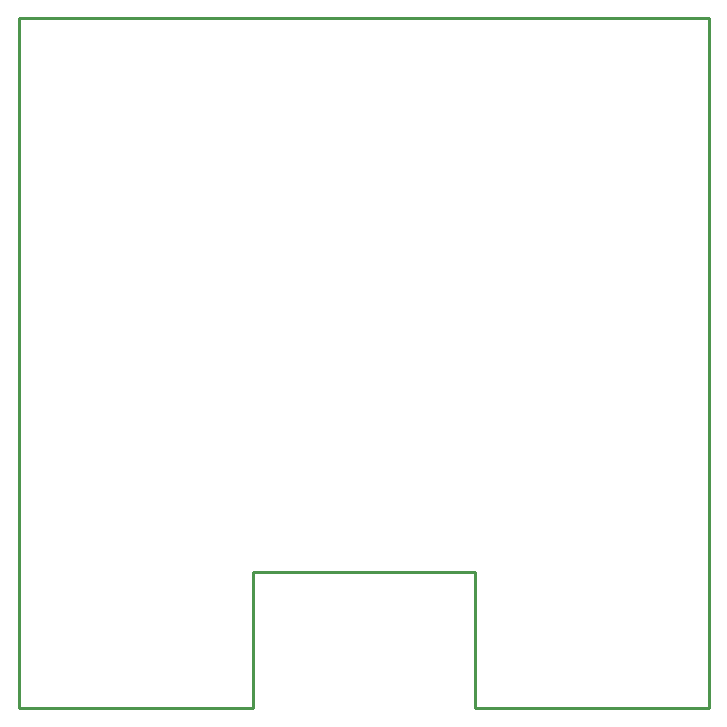
<source format=gko>
G04 Layer: BoardOutlineLayer*
G04 EasyEDA v6.5.34, 2023-08-21 18:11:39*
G04 7c8418cbede34b2c85e998ecb34685fd,5a6b42c53f6a479593ecc07194224c93,10*
G04 Gerber Generator version 0.2*
G04 Scale: 100 percent, Rotated: No, Reflected: No *
G04 Dimensions in millimeters *
G04 leading zeros omitted , absolute positions ,4 integer and 5 decimal *
%FSLAX45Y45*%
%MOMM*%

%ADD10C,0.2540*%
D10*
X-10Y5841989D02*
G01*
X5841989Y5841989D01*
X5841989Y-10D01*
X3860792Y0D01*
X3860792Y1155697D01*
X1981194Y1155697D01*
X1981194Y0D01*
X-10Y492D01*
X-10Y5841989D01*

%LPD*%
M02*

</source>
